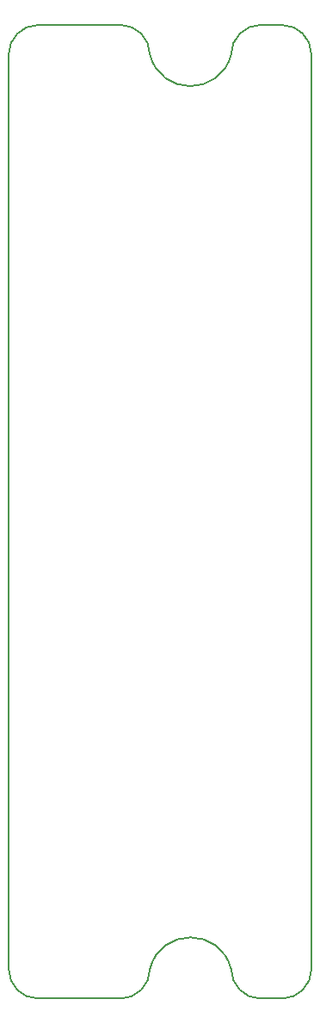
<source format=gbr>
%TF.GenerationSoftware,KiCad,Pcbnew,8.0.3-8.0.3-0~ubuntu22.04.1*%
%TF.CreationDate,2024-10-28T10:58:27+03:00*%
%TF.ProjectId,PM-LED8,504d2d4c-4544-4382-9e6b-696361645f70,rev?*%
%TF.SameCoordinates,Original*%
%TF.FileFunction,Profile,NP*%
%FSLAX46Y46*%
G04 Gerber Fmt 4.6, Leading zero omitted, Abs format (unit mm)*
G04 Created by KiCad (PCBNEW 8.0.3-8.0.3-0~ubuntu22.04.1) date 2024-10-28 10:58:27*
%MOMM*%
%LPD*%
G01*
G04 APERTURE LIST*
%TA.AperFunction,Profile*%
%ADD10C,0.200000*%
%TD*%
G04 APERTURE END LIST*
D10*
X-14900000Y-45000000D02*
X-14900000Y45000000D01*
X12000000Y47900000D02*
G75*
G02*
X14900000Y45000000I0J-2900000D01*
G01*
X-999999Y-45000000D02*
G75*
G02*
X6999999Y-45000000I3999999J-1000000D01*
G01*
X-12000000Y-47900000D02*
G75*
G02*
X-14900000Y-45000000I0J2900000D01*
G01*
X7000000Y45000000D02*
G75*
G02*
X9900000Y47900000I2900000J0D01*
G01*
X12000000Y-47900000D02*
X9900000Y-47900000D01*
X9900000Y-47900000D02*
G75*
G02*
X7000000Y-45000000I0J2900000D01*
G01*
X6999999Y45000000D02*
G75*
G02*
X-999999Y45000000I-3999999J1000000D01*
G01*
X14900000Y45000000D02*
X14900000Y-45000000D01*
X14900000Y-45000000D02*
G75*
G02*
X12000000Y-47900000I-2900000J0D01*
G01*
X-3900000Y-47900000D02*
X-12000000Y-47900000D01*
X-3900000Y47900000D02*
X-12000000Y47900000D01*
X-14900000Y45000000D02*
G75*
G02*
X-12000000Y47900000I2900000J0D01*
G01*
X12000000Y47900000D02*
X9900000Y47900000D01*
X-3900000Y47900000D02*
G75*
G02*
X-1000000Y45000000I0J-2900000D01*
G01*
X-1000000Y-45000000D02*
G75*
G02*
X-3900000Y-47900000I-2900000J0D01*
G01*
M02*

</source>
